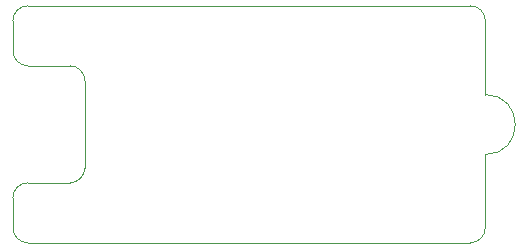
<source format=gm1>
G04 #@! TF.GenerationSoftware,KiCad,Pcbnew,5.99.0-unknown-r17001-43768b71*
G04 #@! TF.CreationDate,2020-02-09T00:01:33+01:00*
G04 #@! TF.ProjectId,PD243X Display,50443234-3358-4204-9469-73706c61792e,1*
G04 #@! TF.SameCoordinates,Original*
G04 #@! TF.FileFunction,Profile,NP*
%FSLAX46Y46*%
G04 Gerber Fmt 4.6, Leading zero omitted, Abs format (unit mm)*
G04 Created by KiCad (PCBNEW 5.99.0-unknown-r17001-43768b71) date 2020-02-09 00:01:33*
%MOMM*%
%LPD*%
G04 APERTURE LIST*
%ADD10C,0.050000*%
G04 APERTURE END LIST*
D10*
X126868000Y-93573600D02*
G75*
G02X125598000Y-94843600I-1270000J0D01*
G01*
X125598000Y-74777600D02*
G75*
G02X126868000Y-76047600I0J-1270000D01*
G01*
X88138000Y-94843600D02*
G75*
G02X86868000Y-93573600I0J1270000D01*
G01*
X86868000Y-76047600D02*
G75*
G02X88138000Y-74777600I1270000J0D01*
G01*
X126868000Y-82296000D02*
X126868000Y-76047600D01*
X126868000Y-93573600D02*
X126868000Y-87376000D01*
X126868000Y-82296000D02*
G75*
G02X126868000Y-87376000I0J-2540000D01*
G01*
X125598000Y-94843600D02*
X88138000Y-94843600D01*
X86868000Y-93573600D02*
X86868000Y-91033600D01*
X86868000Y-78587600D02*
X86868000Y-76047600D01*
X88138000Y-89763600D02*
X91694000Y-89763600D01*
X88138000Y-79857600D02*
G75*
G02X86868000Y-78587600I0J1270000D01*
G01*
X86868000Y-91033600D02*
G75*
G02X88138000Y-89763600I1270000J0D01*
G01*
X92964000Y-81127600D02*
X92964000Y-88493600D01*
X91694000Y-79857600D02*
X88138000Y-79857600D01*
X92964000Y-88493600D02*
G75*
G02X91694000Y-89763600I-1270000J0D01*
G01*
X91694000Y-79857600D02*
G75*
G02X92964000Y-81127600I0J-1270000D01*
G01*
X125598000Y-74777600D02*
X88138000Y-74777600D01*
M02*

</source>
